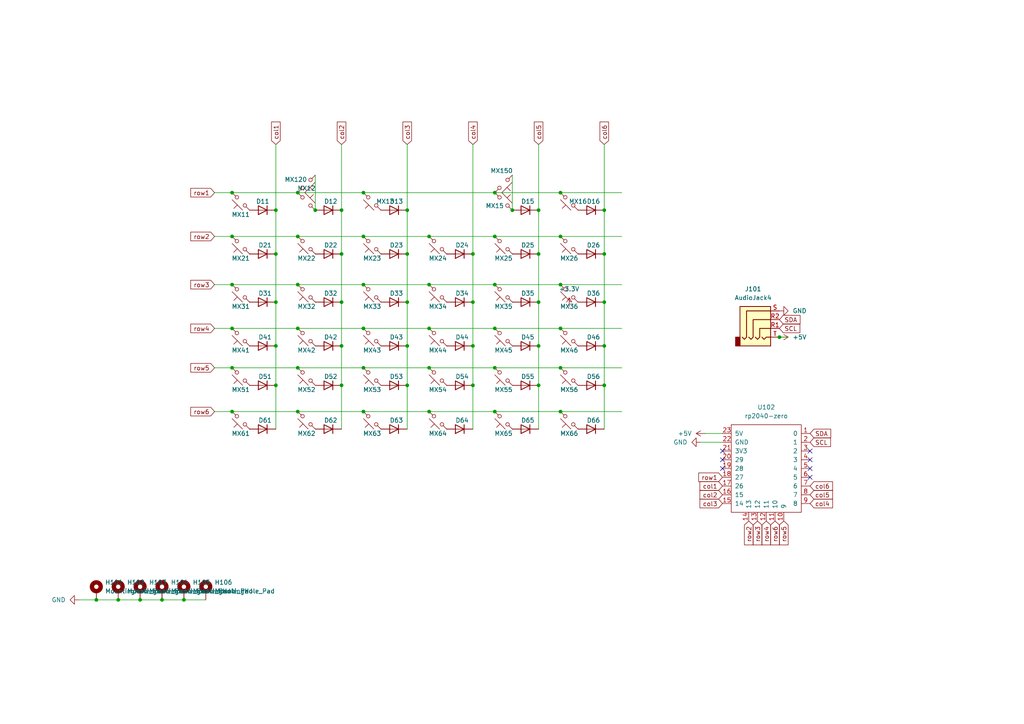
<source format=kicad_sch>
(kicad_sch (version 20230121) (generator eeschema)
  (paper "A4")
  (lib_symbols
    (symbol "Connector_Audio:AudioJack4"
      (property "Reference" "J" (at 0 8.89 0))
      (property "Value" "AudioJack4" (at 0 6.35 0))
      (symbol "AudioJack4_1_1"
        (pin passive line (at 5.08 -2.54 180) (length 2.54) (name "~") (number "R1"))
        (pin passive line (at 5.08 0 180) (length 2.54) (name "~") (number "R2"))
        (pin passive line (at 5.08 2.54 180) (length 2.54) (name "~") (number "S"))
        (pin passive line (at 5.08 -5.08 180) (length 2.54) (name "~") (number "T"))
      )
    )
    (symbol "Device:D" (pin_numbers hide) (pin_names (offset 1.016) hide)
      (property "Reference" "D" (at 0 2.54 0))
      (property "Value" "D" (at 0 -2.54 0))
      (symbol "D_1_1"
        (pin passive line (at -3.81 0 0) (length 2.54) (name "K") (number "1"))
        (pin passive line (at 3.81 0 180) (length 2.54) (name "A") (number "2"))
      )
    )
    (symbol "Mechanical:MountingHole_Pad" (pin_numbers hide) (pin_names (offset 1.016) hide)
      (property "Reference" "H" (at 0 6.35 0))
      (property "Value" "MountingHole_Pad" (at 0 4.445 0))
      (symbol "MountingHole_Pad_1_1"
        (pin input line (at 0 -2.54 90) (length 2.54) (name "1") (number "1"))
      )
    )
    (symbol "PCM_marbastlib-mx:MX_SK6812MINI-E"
      (property "Reference" "LED" (at 3.175 6.35 0))
      (property "Value" "MX_SK6812MINI-E" (at 10.16 -6.985 0))
      (symbol "MX_SK6812MINI-E_0_0"
        (text "RGB" (at 2.286 -4.191 0) (effects (font (size 0.762 0.762))))
      )
      (symbol "MX_SK6812MINI-E_1_1"
        (pin power_in line (at 0 7.62 270) (length 2.54) (name "VDD") (number "1"))
        (pin output line (at 7.62 0 180) (length 2.54) (name "DOUT") (number "2"))
        (pin input line (at -7.62 0 0) (length 2.54) (name "DIN") (number "3"))
        (pin power_in line (at 0 -7.62 90) (length 2.54) (name "VSS") (number "4"))
      )
    )
    (symbol "PCM_marbastlib-mx:MX_SW_HS" (pin_numbers hide) (pin_names (offset 1.016) hide)
      (property "Reference" "MX" (at 3.048 1.016 0))
      (property "Value" "MX_SW_HS" (at 0 -3.81 0))
      (symbol "MX_SW_HS_0_1"
        (pin passive line (at -2.54 2.54 0) (length 0) (name "1") (number "1"))
        (pin passive line (at 2.54 -2.54 180) (length 0) (name "2") (number "2"))
      )
    )
    (symbol "mcu:rp2040-zero" (pin_names (offset 1.016))
      (property "Reference" "U" (at 0 15.24 0))
      (property "Value" "rp2040-zero" (at 0 12.7 0))
      (symbol "rp2040-zero_1_1"
        (pin bidirectional line (at 12.7 8.89 180) (length 2.54) (name "0") (number "1"))
        (pin bidirectional line (at 5.08 -16.51 90) (length 2.54) (name "9") (number "10"))
        (pin bidirectional line (at 2.54 -16.51 90) (length 2.54) (name "10") (number "11"))
        (pin bidirectional line (at 0 -16.51 90) (length 2.54) (name "11") (number "12"))
        (pin bidirectional line (at -2.54 -16.51 90) (length 2.54) (name "12") (number "13"))
        (pin bidirectional line (at -5.08 -16.51 90) (length 2.54) (name "13") (number "14"))
        (pin bidirectional line (at -12.7 -11.43 0) (length 2.54) (name "14") (number "15"))
        (pin bidirectional line (at -12.7 -8.89 0) (length 2.54) (name "15") (number "16"))
        (pin bidirectional line (at -12.7 -6.35 0) (length 2.54) (name "26") (number "17"))
        (pin bidirectional line (at -12.7 -3.81 0) (length 2.54) (name "27") (number "18"))
        (pin bidirectional line (at -12.7 -1.27 0) (length 2.54) (name "28") (number "19"))
        (pin bidirectional line (at 12.7 6.35 180) (length 2.54) (name "1") (number "2"))
        (pin bidirectional line (at -12.7 1.27 0) (length 2.54) (name "29") (number "20"))
        (pin power_out line (at -12.7 3.81 0) (length 2.54) (name "3V3") (number "21"))
        (pin power_out line (at -12.7 6.35 0) (length 2.54) (name "GND") (number "22"))
        (pin power_out line (at -12.7 8.89 0) (length 2.54) (name "5V") (number "23"))
        (pin bidirectional line (at 12.7 3.81 180) (length 2.54) (name "2") (number "3"))
        (pin bidirectional line (at 12.7 1.27 180) (length 2.54) (name "3") (number "4"))
        (pin bidirectional line (at 12.7 -1.27 180) (length 2.54) (name "4") (number "5"))
        (pin bidirectional line (at 12.7 -3.81 180) (length 2.54) (name "5") (number "6"))
        (pin bidirectional line (at 12.7 -6.35 180) (length 2.54) (name "6") (number "7"))
        (pin bidirectional line (at 12.7 -8.89 180) (length 2.54) (name "7") (number "8"))
        (pin bidirectional line (at 12.7 -11.43 180) (length 2.54) (name "8") (number "9"))
      )
    )
    (symbol "power:+3.3V" (power) (pin_names (offset 0))
      (property "Value" "+3.3V" (at 0 3.556 0))
      (symbol "+3.3V_1_1"
        (pin power_in line (at 0 0 90) (length 0) hide (name "+3.3V") (number "1"))
      )
    )
    (symbol "power:+5V" (power) (pin_names (offset 0))
      (property "Value" "+5V" (at 0 3.556 0))
      (symbol "+5V_1_1"
        (pin power_in line (at 0 0 90) (length 0) hide (name "+5V") (number "1"))
      )
    )
    (symbol "power:GND" (power) (pin_names (offset 0))
      (property "Value" "GND" (at 0 -3.81 0))
      (symbol "GND_1_1"
        (pin power_in line (at 0 0 270) (length 0) hide (name "GND") (number "1"))
      )
    )
  )
  (junction (at 342.9 120.65))
  (junction (at 162.56 82.55))
  (junction (at 388.62 59.69))
  (junction (at 86.36 82.55))
  (junction (at 80.01 100.33))
  (junction (at 105.41 55.88))
  (junction (at 156.21 100.33))
  (junction (at 137.16 87.63))
  (junction (at 403.86 90.17))
  (junction (at 124.46 68.58))
  (junction (at 358.14 120.65))
  (junction (at 143.51 55.88))
  (junction (at 175.26 111.76))
  (junction (at 80.01 111.76))
  (junction (at 162.56 119.38))
  (junction (at 99.06 87.63))
  (junction (at 67.31 106.68))
  (junction (at 162.56 68.58))
  (junction (at 327.66 105.41))
  (junction (at 175.26 87.63))
  (junction (at 342.9 59.69))
  (junction (at 124.46 106.68))
  (junction (at 99.06 60.96))
  (junction (at 86.36 106.68))
  (junction (at 419.1 29.21))
  (junction (at 175.26 73.66))
  (junction (at 162.56 106.68))
  (junction (at 388.62 44.45))
  (junction (at 148.59 60.96))
  (junction (at 99.06 100.33))
  (junction (at 373.38 44.45))
  (junction (at 175.26 100.33))
  (junction (at 373.38 59.69))
  (junction (at 388.62 74.93))
  (junction (at 86.36 55.88))
  (junction (at 91.44 60.96))
  (junction (at 105.41 95.25))
  (junction (at 342.9 44.45))
  (junction (at 327.66 44.45))
  (junction (at 403.86 59.69))
  (junction (at 105.41 119.38))
  (junction (at 358.14 105.41))
  (junction (at 67.31 95.25))
  (junction (at 373.38 90.17))
  (junction (at 226.06 97.79))
  (junction (at 27.94 173.99))
  (junction (at 327.66 90.17))
  (junction (at 137.16 111.76))
  (junction (at 346.71 44.45))
  (junction (at 327.66 74.93))
  (junction (at 403.86 120.65))
  (junction (at 46.99 173.99))
  (junction (at 118.11 87.63))
  (junction (at 105.41 68.58))
  (junction (at 373.38 105.41))
  (junction (at 67.31 68.58))
  (junction (at 346.71 29.21))
  (junction (at 105.41 82.55))
  (junction (at 86.36 95.25))
  (junction (at 403.86 74.93))
  (junction (at 388.62 105.41))
  (junction (at 388.62 29.21))
  (junction (at 105.41 106.68))
  (junction (at 67.31 119.38))
  (junction (at 118.11 111.76))
  (junction (at 358.14 44.45))
  (junction (at 118.11 100.33))
  (junction (at 388.62 90.17))
  (junction (at 403.86 105.41))
  (junction (at 162.56 55.88))
  (junction (at 327.66 59.69))
  (junction (at 143.51 106.68))
  (junction (at 156.21 60.96))
  (junction (at 124.46 82.55))
  (junction (at 373.38 74.93))
  (junction (at 143.51 119.38))
  (junction (at 86.36 119.38))
  (junction (at 80.01 87.63))
  (junction (at 365.76 29.21))
  (junction (at 124.46 95.25))
  (junction (at 342.9 105.41))
  (junction (at 358.14 59.69))
  (junction (at 40.64 173.99))
  (junction (at 358.14 90.17))
  (junction (at 124.46 119.38))
  (junction (at 156.21 111.76))
  (junction (at 80.01 73.66))
  (junction (at 373.38 120.65))
  (junction (at 67.31 55.88))
  (junction (at 156.21 87.63))
  (junction (at 99.06 73.66))
  (junction (at 118.11 73.66))
  (junction (at 156.21 73.66))
  (junction (at 137.16 100.33))
  (junction (at 99.06 111.76))
  (junction (at 80.01 60.96))
  (junction (at 34.29 173.99))
  (junction (at 53.34 173.99))
  (junction (at 143.51 68.58))
  (junction (at 342.9 74.93))
  (junction (at 118.11 60.96))
  (junction (at 67.31 82.55))
  (junction (at 86.36 68.58))
  (junction (at 388.62 120.65))
  (junction (at 162.56 95.25))
  (junction (at 403.86 44.45))
  (junction (at 365.76 44.45))
  (junction (at 137.16 73.66))
  (junction (at 143.51 82.55))
  (junction (at 342.9 90.17))
  (junction (at 358.14 74.93))
  (junction (at 175.26 60.96))
  (junction (at 143.51 95.25))
  (no_connect (at 234.95 135.89))
  (no_connect (at 209.55 130.81))
  (no_connect (at 234.95 133.35))
  (no_connect (at 209.55 133.35))
  (no_connect (at 234.95 130.81))
  (no_connect (at 209.55 135.89))
  (no_connect (at 320.04 113.03))
  (no_connect (at 234.95 138.43))
  (wire (pts (xy 99.06 87.63) (xy 99.06 100.33)))
  (wire (pts (xy 388.62 120.65) (xy 403.86 120.65)))
  (wire (pts (xy 373.38 105.41) (xy 388.62 105.41)))
  (wire (pts (xy 175.26 60.96) (xy 175.26 73.66)))
  (wire (pts (xy 162.56 95.25) (xy 180.34 95.25)))
  (wire (pts (xy 99.06 73.66) (xy 99.06 87.63)))
  (wire (pts (xy 80.01 60.96) (xy 80.01 73.66)))
  (wire (pts (xy 327.66 59.69) (xy 342.9 59.69)))
  (wire (pts (xy 137.16 73.66) (xy 137.16 87.63)))
  (wire (pts (xy 124.46 95.25) (xy 143.51 95.25)))
  (wire (pts (xy 105.41 55.88) (xy 143.51 55.88)))
  (wire (pts (xy 156.21 60.96) (xy 156.21 73.66)))
  (wire (pts (xy 137.16 111.76) (xy 137.16 124.46)))
  (wire (pts (xy 62.23 119.38) (xy 67.31 119.38)))
  (wire (pts (xy 80.01 100.33) (xy 80.01 111.76)))
  (wire (pts (xy 411.48 1.27) (xy 411.48 36.83)))
  (wire (pts (xy 356.87 36.83) (xy 358.14 36.83)))
  (wire (pts (xy 388.62 105.41) (xy 403.86 105.41)))
  (wire (pts (xy 105.41 95.25) (xy 124.46 95.25)))
  (wire (pts (xy 388.62 29.21) (xy 419.1 29.21)))
  (wire (pts (xy 22.86 173.99) (xy 27.94 173.99)))
  (wire (pts (xy 358.14 105.41) (xy 373.38 105.41)))
  (wire (pts (xy 124.46 106.68) (xy 143.51 106.68)))
  (wire (pts (xy 99.06 111.76) (xy 99.06 124.46)))
  (wire (pts (xy 358.14 74.93) (xy 373.38 74.93)))
  (wire (pts (xy 342.9 90.17) (xy 358.14 90.17)))
  (wire (pts (xy 373.38 120.65) (xy 388.62 120.65)))
  (wire (pts (xy 62.23 95.25) (xy 67.31 95.25)))
  (wire (pts (xy 34.29 173.99) (xy 40.64 173.99)))
  (wire (pts (xy 67.31 119.38) (xy 86.36 119.38)))
  (wire (pts (xy 86.36 119.38) (xy 105.41 119.38)))
  (wire (pts (xy 417.83 90.17) (xy 403.86 90.17)))
  (wire (pts (xy 105.41 106.68) (xy 124.46 106.68)))
  (wire (pts (xy 118.11 73.66) (xy 118.11 87.63)))
  (wire (pts (xy 419.1 59.69) (xy 403.86 59.69)))
  (wire (pts (xy 369.57 1.27) (xy 369.57 17.78)))
  (wire (pts (xy 342.9 105.41) (xy 358.14 105.41)))
  (wire (pts (xy 327.66 29.21) (xy 346.71 29.21)))
  (wire (pts (xy 358.14 120.65) (xy 373.38 120.65)))
  (wire (pts (xy 346.71 44.45) (xy 358.14 44.45)))
  (wire (pts (xy 356.87 17.78) (xy 356.87 36.83)))
  (wire (pts (xy 162.56 82.55) (xy 180.34 82.55)))
  (wire (pts (xy 86.36 55.88) (xy 105.41 55.88)))
  (wire (pts (xy 105.41 119.38) (xy 124.46 119.38)))
  (wire (pts (xy 365.76 29.21) (xy 388.62 29.21)))
  (wire (pts (xy 358.14 59.69) (xy 373.38 59.69)))
  (wire (pts (xy 40.64 173.99) (xy 46.99 173.99)))
  (wire (pts (xy 411.48 67.31) (xy 411.48 82.55)))
  (wire (pts (xy 156.21 100.33) (xy 156.21 111.76)))
  (wire (pts (xy 27.94 173.99) (xy 34.29 173.99)))
  (wire (pts (xy 426.72 36.83) (xy 426.72 52.07)))
  (wire (pts (xy 419.1 120.65) (xy 403.86 120.65)))
  (wire (pts (xy 62.23 82.55) (xy 67.31 82.55)))
  (wire (pts (xy 327.66 120.65) (xy 342.9 120.65)))
  (wire (pts (xy 342.9 44.45) (xy 346.71 44.45)))
  (wire (pts (xy 143.51 106.68) (xy 162.56 106.68)))
  (wire (pts (xy 365.76 44.45) (xy 373.38 44.45)))
  (wire (pts (xy 314.96 44.45) (xy 327.66 44.45)))
  (wire (pts (xy 175.26 73.66) (xy 175.26 87.63)))
  (wire (pts (xy 118.11 60.96) (xy 118.11 73.66)))
  (wire (pts (xy 373.38 44.45) (xy 388.62 44.45)))
  (wire (pts (xy 86.36 68.58) (xy 105.41 68.58)))
  (wire (pts (xy 320.04 52.07) (xy 320.04 67.31)))
  (wire (pts (xy 124.46 119.38) (xy 143.51 119.38)))
  (wire (pts (xy 358.14 90.17) (xy 373.38 90.17)))
  (wire (pts (xy 137.16 100.33) (xy 137.16 111.76)))
  (wire (pts (xy 99.06 41.91) (xy 99.06 60.96)))
  (wire (pts (xy 396.24 1.27) (xy 396.24 36.83)))
  (wire (pts (xy 388.62 90.17) (xy 403.86 90.17)))
  (wire (pts (xy 162.56 55.88) (xy 180.34 55.88)))
  (wire (pts (xy 369.57 17.78) (xy 356.87 17.78)))
  (wire (pts (xy 373.38 36.83) (xy 381 36.83)))
  (wire (pts (xy 156.21 73.66) (xy 156.21 87.63)))
  (wire (pts (xy 411.48 97.79) (xy 411.48 113.03)))
  (wire (pts (xy 86.36 82.55) (xy 105.41 82.55)))
  (wire (pts (xy 426.72 52.07) (xy 411.48 52.07)))
  (wire (pts (xy 148.59 50.8) (xy 148.59 60.96)))
  (wire (pts (xy 143.51 68.58) (xy 162.56 68.58)))
  (wire (pts (xy 105.41 68.58) (xy 124.46 68.58)))
  (wire (pts (xy 342.9 120.65) (xy 358.14 120.65)))
  (wire (pts (xy 118.11 111.76) (xy 118.11 124.46)))
  (wire (pts (xy 99.06 100.33) (xy 99.06 111.76)))
  (wire (pts (xy 373.38 74.93) (xy 388.62 74.93)))
  (wire (pts (xy 143.51 95.25) (xy 162.56 95.25)))
  (wire (pts (xy 369.57 1.27) (xy 365.76 1.27)))
  (wire (pts (xy 86.36 95.25) (xy 105.41 95.25)))
  (wire (pts (xy 53.34 173.99) (xy 59.69 173.99)))
  (wire (pts (xy 118.11 41.91) (xy 118.11 60.96)))
  (wire (pts (xy 62.23 55.88) (xy 67.31 55.88)))
  (wire (pts (xy 156.21 87.63) (xy 156.21 100.33)))
  (wire (pts (xy 358.14 44.45) (xy 365.76 44.45)))
  (wire (pts (xy 320.04 82.55) (xy 320.04 97.79)))
  (wire (pts (xy 175.26 111.76) (xy 175.26 124.46)))
  (wire (pts (xy 354.33 36.83) (xy 354.33 17.78)))
  (wire (pts (xy 124.46 82.55) (xy 143.51 82.55)))
  (wire (pts (xy 46.99 173.99) (xy 53.34 173.99)))
  (wire (pts (xy 67.31 106.68) (xy 86.36 106.68)))
  (wire (pts (xy 162.56 68.58) (xy 180.34 68.58)))
  (wire (pts (xy 354.33 17.78) (xy 350.52 17.78)))
  (wire (pts (xy 118.11 100.33) (xy 118.11 111.76)))
  (wire (pts (xy 105.41 82.55) (xy 124.46 82.55)))
  (wire (pts (xy 86.36 106.68) (xy 105.41 106.68)))
  (wire (pts (xy 67.31 55.88) (xy 86.36 55.88)))
  (wire (pts (xy 226.06 97.79) (xy 228.6 97.79)))
  (wire (pts (xy 80.01 111.76) (xy 80.01 124.46)))
  (wire (pts (xy 143.51 119.38) (xy 162.56 119.38)))
  (wire (pts (xy 373.38 90.17) (xy 388.62 90.17)))
  (wire (pts (xy 156.21 111.76) (xy 156.21 124.46)))
  (wire (pts (xy 204.47 125.73) (xy 209.55 125.73)))
  (wire (pts (xy 425.45 29.21) (xy 419.1 29.21)))
  (wire (pts (xy 175.26 41.91) (xy 175.26 60.96)))
  (wire (pts (xy 327.66 90.17) (xy 342.9 90.17)))
  (wire (pts (xy 327.66 74.93) (xy 342.9 74.93)))
  (wire (pts (xy 388.62 74.93) (xy 403.86 74.93)))
  (wire (pts (xy 313.69 74.93) (xy 327.66 74.93)))
  (wire (pts (xy 91.44 50.8) (xy 91.44 60.96)))
  (wire (pts (xy 175.26 100.33) (xy 175.26 111.76)))
  (wire (pts (xy 327.66 105.41) (xy 342.9 105.41)))
  (wire (pts (xy 327.66 44.45) (xy 342.9 44.45)))
  (wire (pts (xy 62.23 68.58) (xy 67.31 68.58)))
  (wire (pts (xy 388.62 44.45) (xy 403.86 44.45)))
  (wire (pts (xy 156.21 41.91) (xy 156.21 60.96)))
  (wire (pts (xy 99.06 60.96) (xy 99.06 73.66)))
  (wire (pts (xy 80.01 87.63) (xy 80.01 100.33)))
  (wire (pts (xy 162.56 106.68) (xy 180.34 106.68)))
  (wire (pts (xy 80.01 73.66) (xy 80.01 87.63)))
  (wire (pts (xy 67.31 68.58) (xy 86.36 68.58)))
  (wire (pts (xy 373.38 59.69) (xy 388.62 59.69)))
  (wire (pts (xy 118.11 87.63) (xy 118.11 100.33)))
  (wire (pts (xy 67.31 95.25) (xy 86.36 95.25)))
  (wire (pts (xy 342.9 74.93) (xy 358.14 74.93)))
  (wire (pts (xy 143.51 55.88) (xy 162.56 55.88)))
  (wire (pts (xy 342.9 59.69) (xy 358.14 59.69)))
  (wire (pts (xy 162.56 119.38) (xy 180.34 119.38)))
  (wire (pts (xy 175.26 87.63) (xy 175.26 100.33)))
  (wire (pts (xy 388.62 59.69) (xy 403.86 59.69)))
  (wire (pts (xy 62.23 106.68) (xy 67.31 106.68)))
  (wire (pts (xy 346.71 29.21) (xy 365.76 29.21)))
  (wire (pts (xy 203.2 128.27) (xy 209.55 128.27)))
  (wire (pts (xy 350.52 17.78) (xy 350.52 1.27)))
  (wire (pts (xy 137.16 87.63) (xy 137.16 100.33)))
  (wire (pts (xy 403.86 44.45) (xy 419.1 44.45)))
  (wire (pts (xy 313.69 105.41) (xy 327.66 105.41)))
  (wire (pts (xy 339.09 36.83) (xy 335.28 36.83)))
  (wire (pts (xy 124.46 68.58) (xy 143.51 68.58)))
  (wire (pts (xy 137.16 41.91) (xy 137.16 73.66)))
  (wire (pts (xy 67.31 82.55) (xy 86.36 82.55)))
  (wire (pts (xy 80.01 41.91) (xy 80.01 60.96)))
  (wire (pts (xy 143.51 82.55) (xy 162.56 82.55)))
  (global_label "col6" (shape input) (at 175.26 41.91 90) (property "Intersheetrefs" "${INTERSHEET_REFS}" (effects hide)))
  (global_label "SCL" (shape input) (at 226.06 95.25 0) (property "Intersheetrefs" "${INTERSHEET_REFS}" (effects hide)))
  (global_label "row3" (shape input) (at 62.23 82.55 180) (property "Intersheetrefs" "${INTERSHEET_REFS}" (effects hide)))
  (global_label "col4" (shape input) (at 234.95 146.05 0) (property "Intersheetrefs" "${INTERSHEET_REFS}" (effects hide)))
  (global_label "row6" (shape input) (at 62.23 119.38 180) (property "Intersheetrefs" "${INTERSHEET_REFS}" (effects hide)))
  (global_label "SCL" (shape input) (at 234.95 128.27 0) (property "Intersheetrefs" "${INTERSHEET_REFS}" (effects hide)))
  (global_label "col2" (shape input) (at 99.06 41.91 90) (property "Intersheetrefs" "${INTERSHEET_REFS}" (effects hide)))
  (global_label "col1" (shape input) (at 209.55 140.97 180) (property "Intersheetrefs" "${INTERSHEET_REFS}" (effects hide)))
  (global_label "col6" (shape input) (at 234.95 140.97 0) (property "Intersheetrefs" "${INTERSHEET_REFS}" (effects hide)))
  (global_label "row3" (shape input) (at 219.71 151.13 270) (property "Intersheetrefs" "${INTERSHEET_REFS}" (effects hide)))
  (global_label "col5" (shape input) (at 234.95 143.51 0) (property "Intersheetrefs" "${INTERSHEET_REFS}" (effects hide)))
  (global_label "row2" (shape input) (at 62.23 68.58 180) (property "Intersheetrefs" "${INTERSHEET_REFS}" (effects hide)))
  (global_label "col3" (shape input) (at 209.55 146.05 180) (property "Intersheetrefs" "${INTERSHEET_REFS}" (effects hide)))
  (global_label "row2" (shape input) (at 217.17 151.13 270) (property "Intersheetrefs" "${INTERSHEET_REFS}" (effects hide)))
  (global_label "col3" (shape input) (at 118.11 41.91 90) (property "Intersheetrefs" "${INTERSHEET_REFS}" (effects hide)))
  (global_label "row5" (shape input) (at 227.33 151.13 270) (property "Intersheetrefs" "${INTERSHEET_REFS}" (effects hide)))
  (global_label "SDA" (shape input) (at 234.95 125.73 0) (property "Intersheetrefs" "${INTERSHEET_REFS}" (effects hide)))
  (global_label "row4" (shape input) (at 62.23 95.25 180) (property "Intersheetrefs" "${INTERSHEET_REFS}" (effects hide)))
  (global_label "row1" (shape input) (at 209.55 138.43 180) (property "Intersheetrefs" "${INTERSHEET_REFS}" (effects hide)))
  (global_label "row4" (shape input) (at 222.25 151.13 270) (property "Intersheetrefs" "${INTERSHEET_REFS}" (effects hide)))
  (global_label "col4" (shape input) (at 137.16 41.91 90) (property "Intersheetrefs" "${INTERSHEET_REFS}" (effects hide)))
  (global_label "row5" (shape input) (at 62.23 106.68 180) (property "Intersheetrefs" "${INTERSHEET_REFS}" (effects hide)))
  (global_label "row6" (shape input) (at 224.79 151.13 270) (property "Intersheetrefs" "${INTERSHEET_REFS}" (effects hide)))
  (global_label "col1" (shape input) (at 80.01 41.91 90) (property "Intersheetrefs" "${INTERSHEET_REFS}" (effects hide)))
  (global_label "col5" (shape input) (at 156.21 41.91 90) (property "Intersheetrefs" "${INTERSHEET_REFS}" (effects hide)))
  (global_label "LEDIN" (shape input) (at 320.04 36.83 180) (property "Intersheetrefs" "${INTERSHEET_REFS}" (effects hide)))
  (global_label "SDA" (shape input) (at 226.06 92.71 0) (property "Intersheetrefs" "${INTERSHEET_REFS}" (effects hide)))
  (global_label "col2" (shape input) (at 209.55 143.51 180) (property "Intersheetrefs" "${INTERSHEET_REFS}" (effects hide)))
  (global_label "row1" (shape input) (at 62.23 55.88 180) (property "Intersheetrefs" "${INTERSHEET_REFS}" (effects hide)))
  (symbol (lib_id "power:GND") (at 226.06 90.17 90) (unit 1)
    (property "Reference" "#PWR0115" (effects hide))
    (property "Value" "GND" (at 229.87 90.17 90) (effects (justify right)))
  )
  (symbol (lib_id "PCM_marbastlib-mx:MX_SK6812MINI-E") (at 327.66 97.79 0) (unit 1)
    (property "Reference" "LED51" (at 327.66 91.44 0))
    (property "Value" "MX_SK6812MINI-E" (effects hide))
    (property "Footprint" "PCM_marbastlib-mx:LED_MX_6028R-ROT" (effects hide))
  )
  (symbol (lib_id "power:+3.3V") (at 165.1 88.9 0) (unit 1)
    (property "Reference" "#PWR0117" (effects hide))
    (property "Value" "+3.3V" (at 165.1 83.82 0))
  )
  (symbol (lib_id "PCM_marbastlib-mx:MX_SW_HS") (at 107.95 97.79 180) (unit 1)
    (property "Reference" "MX43" (at 107.95 101.6 0))
    (property "Value" "MX_SW_HS" (effects hide))
    (property "Footprint" "PCM_marbastlib-mx:SW_MX_HS_1u" (effects hide))
  )
  (symbol (lib_id "PCM_marbastlib-mx:MX_SW_HS") (at 165.1 85.09 180) (unit 1)
    (property "Reference" "MX36" (at 165.1 88.9 0))
    (property "Value" "MX_SW_HS" (effects hide))
    (property "Footprint" "PCM_marbastlib-mx:SW_MX_HS_1u" (effects hide))
  )
  (symbol (lib_id "PCM_marbastlib-mx:MX_SW_HS") (at 127 97.79 180) (unit 1)
    (property "Reference" "MX44" (at 127 101.6 0))
    (property "Value" "MX_SW_HS" (effects hide))
    (property "Footprint" "PCM_marbastlib-mx:SW_MX_HS_1u" (effects hide))
  )
  (symbol (lib_id "PCM_marbastlib-mx:MX_SK6812MINI-E") (at 388.62 97.79 0) (unit 1)
    (property "Reference" "LED55" (at 388.62 91.44 0))
    (property "Value" "MX_SK6812MINI-E" (effects hide))
    (property "Footprint" "PCM_marbastlib-mx:LED_MX_6028R-ROT" (effects hide))
  )
  (symbol (lib_id "PCM_marbastlib-mx:MX_SK6812MINI-E") (at 403.86 82.55 180) (unit 1)
    (property "Reference" "LED46" (at 403.86 76.2 0))
    (property "Value" "MX_SK6812MINI-E" (effects hide))
    (property "Footprint" "PCM_marbastlib-mx:LED_MX_6028R" (effects hide))
  )
  (symbol (lib_id "PCM_marbastlib-mx:MX_SK6812MINI-E") (at 388.62 52.07 180) (unit 1)
    (property "Reference" "LED25" (at 388.62 45.72 0))
    (property "Value" "MX_SK6812MINI-E" (effects hide))
    (property "Footprint" "PCM_marbastlib-mx:LED_MX_6028R" (effects hide))
  )
  (symbol (lib_id "power:+5V") (at 417.83 90.17 270) (unit 1)
    (property "Reference" "#PWR0105" (effects hide))
    (property "Value" "+5V" (at 421.64 90.17 90) (effects (justify left)))
  )
  (symbol (lib_id "Device:D") (at 133.35 111.76 180) (unit 1)
    (property "Reference" "D54" (at 132.08 109.22 0) (effects (justify right)))
    (property "Value" "D" (effects hide))
    (property "Footprint" "customBuckwich:Hybrid Diode" (effects hide))
    (property "Sim.Device" "D" (effects hide))
    (property "Sim.Pins" "1=K 2=A" (effects hide))
  )
  (symbol (lib_id "PCM_marbastlib-mx:MX_SK6812MINI-E") (at 388.62 67.31 0) (unit 1)
    (property "Reference" "LED35" (at 388.62 60.96 0))
    (property "Value" "MX_SK6812MINI-E" (effects hide))
    (property "Footprint" "PCM_marbastlib-mx:LED_MX_6028R-ROT" (effects hide))
  )
  (symbol (lib_id "Device:D") (at 171.45 111.76 180) (unit 1)
    (property "Reference" "D56" (at 170.18 109.22 0) (effects (justify right)))
    (property "Value" "D" (effects hide))
    (property "Footprint" "customBuckwich:Hybrid Diode" (effects hide))
    (property "Sim.Device" "D" (effects hide))
    (property "Sim.Pins" "1=K 2=A" (effects hide))
  )
  (symbol (lib_id "PCM_marbastlib-mx:MX_SW_HS") (at 107.95 58.42 180) (unit 1)
    (property "Reference" "MX13" (at 111.76 58.42 0))
    (property "Value" "MX_SW_HS" (effects hide))
    (property "Footprint" "PCM_marbastlib-mx:SW_MX_HS_1u" (effects hide))
  )
  (symbol (lib_id "power:+5V") (at 403.86 -6.35 0) (unit 1)
    (property "Reference" "#PWR0113" (effects hide))
    (property "Value" "+5V" (at 403.86 -10.16 0))
  )
  (symbol (lib_id "PCM_marbastlib-mx:MX_SW_HS") (at 88.9 85.09 180) (unit 1)
    (property "Reference" "MX32" (at 88.9 88.9 0))
    (property "Value" "MX_SW_HS" (effects hide))
    (property "Footprint" "PCM_marbastlib-mx:SW_MX_HS_1u" (effects hide))
  )
  (symbol (lib_id "PCM_marbastlib-mx:MX_SW_HS") (at 165.1 97.79 180) (unit 1)
    (property "Reference" "MX46" (at 165.1 101.6 0))
    (property "Value" "MX_SW_HS" (effects hide))
    (property "Footprint" "PCM_marbastlib-mx:SW_MX_HS_1u" (effects hide))
  )
  (symbol (lib_id "power:GND") (at 203.2 128.27 270) (unit 1)
    (property "Reference" "#PWR0110" (effects hide))
    (property "Value" "GND" (at 199.39 128.27 90) (effects (justify right)))
  )
  (symbol (lib_id "Device:D") (at 76.2 87.63 180) (unit 1)
    (property "Reference" "D31" (at 74.93 85.09 0) (effects (justify right)))
    (property "Value" "D" (effects hide))
    (property "Footprint" "customBuckwich:Hybrid Diode" (effects hide))
    (property "Sim.Device" "D" (effects hide))
    (property "Sim.Pins" "1=K 2=A" (effects hide))
  )
  (symbol (lib_id "Device:D") (at 171.45 124.46 180) (unit 1)
    (property "Reference" "D66" (at 170.18 121.92 0) (effects (justify right)))
    (property "Value" "D" (effects hide))
    (property "Footprint" "customBuckwich:Hybrid Diode" (effects hide))
    (property "Sim.Device" "D" (effects hide))
    (property "Sim.Pins" "1=K 2=A" (effects hide))
  )
  (symbol (lib_id "PCM_marbastlib-mx:MX_SK6812MINI-E") (at 373.38 67.31 0) (unit 1)
    (property "Reference" "LED34" (at 373.38 60.96 0))
    (property "Value" "MX_SK6812MINI-E" (effects hide))
    (property "Footprint" "PCM_marbastlib-mx:LED_MX_6028R-ROT" (effects hide))
  )
  (symbol (lib_id "Device:D") (at 133.35 100.33 180) (unit 1)
    (property "Reference" "D44" (at 132.08 97.79 0) (effects (justify right)))
    (property "Value" "D" (effects hide))
    (property "Footprint" "customBuckwich:Hybrid Diode" (effects hide))
    (property "Sim.Device" "D" (effects hide))
    (property "Sim.Pins" "1=K 2=A" (effects hide))
  )
  (symbol (lib_id "Device:D") (at 152.4 60.96 180) (unit 1)
    (property "Reference" "D15" (at 151.13 58.42 0) (effects (justify right)))
    (property "Value" "D" (effects hide))
    (property "Footprint" "customBuckwich:Hybrid Diode" (effects hide))
    (property "Sim.Device" "D" (effects hide))
    (property "Sim.Pins" "1=K 2=A" (effects hide))
  )
  (symbol (lib_id "PCM_marbastlib-mx:MX_SK6812MINI-E") (at 342.9 52.07 180) (unit 1)
    (property "Reference" "LED22" (at 342.9 45.72 0))
    (property "Value" "MX_SK6812MINI-E" (effects hide))
    (property "Footprint" "PCM_marbastlib-mx:LED_MX_6028R" (effects hide))
  )
  (symbol (lib_id "PCM_marbastlib-mx:MX_SK6812MINI-E") (at 388.62 113.03 180) (unit 1)
    (property "Reference" "LED65" (at 388.62 106.68 0))
    (property "Value" "MX_SK6812MINI-E" (effects hide))
    (property "Footprint" "PCM_marbastlib-mx:LED_MX_6028R" (effects hide))
  )
  (symbol (lib_id "Device:D") (at 76.2 124.46 180) (unit 1)
    (property "Reference" "D61" (at 74.93 121.92 0) (effects (justify right)))
    (property "Value" "D" (effects hide))
    (property "Footprint" "customBuckwich:Hybrid Diode" (effects hide))
    (property "Sim.Device" "D" (effects hide))
    (property "Sim.Pins" "1=K 2=A" (effects hide))
  )
  (symbol (lib_id "Device:D") (at 171.45 87.63 180) (unit 1)
    (property "Reference" "D36" (at 170.18 85.09 0) (effects (justify right)))
    (property "Value" "D" (effects hide))
    (property "Footprint" "customBuckwich:Hybrid Diode" (effects hide))
    (property "Sim.Device" "D" (effects hide))
    (property "Sim.Pins" "1=K 2=A" (effects hide))
  )
  (symbol (lib_id "Device:D") (at 95.25 111.76 180) (unit 1)
    (property "Reference" "D52" (at 93.98 109.22 0) (effects (justify right)))
    (property "Value" "D" (effects hide))
    (property "Footprint" "customBuckwich:Hybrid Diode" (effects hide))
    (property "Sim.Device" "D" (effects hide))
    (property "Sim.Pins" "1=K 2=A" (effects hide))
  )
  (symbol (lib_id "power:+5V") (at 226.06 97.79 270) (unit 1)
    (property "Reference" "#PWR0114" (effects hide))
    (property "Value" "+5V" (at 229.87 97.79 90) (effects (justify left)))
  )
  (symbol (lib_id "PCM_marbastlib-mx:MX_SK6812MINI-E") (at 346.71 36.83 0) (unit 1)
    (property "Reference" "LED12" (at 346.71 30.48 0))
    (property "Value" "MX_SK6812MINI-E" (effects hide))
    (property "Footprint" "PCM_marbastlib-mx:LED_MX_6028R-ROT" (effects hide))
  )
  (symbol (lib_id "PCM_marbastlib-mx:MX_SK6812MINI-E") (at 403.86 1.27 0) (unit 1)
    (property "Reference" "LED150" (at 403.86 -5.08 0))
    (property "Value" "MX_SK6812MINI-E" (effects hide))
    (property "Footprint" "PCM_marbastlib-mx:LED_MX_6028R-ROT" (effects hide))
  )
  (symbol (lib_id "PCM_marbastlib-mx:MX_SK6812MINI-E") (at 358.14 113.03 180) (unit 1)
    (property "Reference" "LED63" (at 358.14 106.68 0))
    (property "Value" "MX_SK6812MINI-E" (effects hide))
    (property "Footprint" "PCM_marbastlib-mx:LED_MX_6028R" (effects hide))
  )
  (symbol (lib_id "power:GND") (at 22.86 173.99 270) (unit 1)
    (property "Reference" "#PWR0116" (effects hide))
    (property "Value" "GND" (at 19.05 173.99 90) (effects (justify right)))
  )
  (symbol (lib_id "Device:D") (at 114.3 60.96 180) (unit 1)
    (property "Reference" "D13" (at 113.03 58.42 0) (effects (justify right)))
    (property "Value" "D" (effects hide))
    (property "Footprint" "customBuckwich:Hybrid Diode" (effects hide))
    (property "Sim.Device" "D" (effects hide))
    (property "Sim.Pins" "1=K 2=A" (effects hide))
  )
  (symbol (lib_id "PCM_marbastlib-mx:MX_SW_HS") (at 146.05 109.22 180) (unit 1)
    (property "Reference" "MX55" (at 146.05 113.03 0))
    (property "Value" "MX_SW_HS" (effects hide))
    (property "Footprint" "PCM_marbastlib-mx:SW_MX_HS_1u" (effects hide))
  )
  (symbol (lib_id "Connector_Audio:AudioJack4") (at 220.98 92.71 0) (unit 1)
    (property "Reference" "J101" (at 218.44 83.82 0))
    (property "Value" "AudioJack4" (at 218.44 86.36 0))
    (property "Footprint" "customBuckwich:PJ320A" (effects hide))
  )
  (symbol (lib_id "PCM_marbastlib-mx:MX_SK6812MINI-E") (at 358.14 52.07 180) (unit 1)
    (property "Reference" "LED23" (at 358.14 45.72 0))
    (property "Value" "MX_SK6812MINI-E" (effects hide))
    (property "Footprint" "PCM_marbastlib-mx:LED_MX_6028R" (effects hide))
  )
  (symbol (lib_id "PCM_marbastlib-mx:MX_SK6812MINI-E") (at 365.76 36.83 0) (unit 1)
    (property "Reference" "LED13" (at 365.76 30.48 0))
    (property "Value" "MX_SK6812MINI-E" (effects hide))
    (property "Footprint" "PCM_marbastlib-mx:LED_MX_6028R-ROT" (effects hide))
  )
  (symbol (lib_id "Device:D") (at 152.4 87.63 180) (unit 1)
    (property "Reference" "D35" (at 151.13 85.09 0) (effects (justify right)))
    (property "Value" "D" (effects hide))
    (property "Footprint" "customBuckwich:Hybrid Diode" (effects hide))
    (property "Sim.Device" "D" (effects hide))
    (property "Sim.Pins" "1=K 2=A" (effects hide))
  )
  (symbol (lib_id "Mechanical:MountingHole_Pad") (at 34.29 171.45 0) (unit 1)
    (property "Reference" "H102" (at 36.83 168.91 0) (effects (justify left)))
    (property "Value" "MountingHole_Pad" (at 36.83 171.45 0) (effects (justify left)))
    (property "Footprint" "MountingHole:MountingHole_2.2mm_M2_Pad_Via" (effects hide))
  )
  (symbol (lib_id "Device:D") (at 152.4 124.46 180) (unit 1)
    (property "Reference" "D65" (at 151.13 121.92 0) (effects (justify right)))
    (property "Value" "D" (effects hide))
    (property "Footprint" "customBuckwich:Hybrid Diode" (effects hide))
    (property "Sim.Device" "D" (effects hide))
    (property "Sim.Pins" "1=K 2=A" (effects hide))
  )
  (symbol (lib_id "Device:D") (at 114.3 87.63 180) (unit 1)
    (property "Reference" "D33" (at 113.03 85.09 0) (effects (justify right)))
    (property "Value" "D" (effects hide))
    (property "Footprint" "customBuckwich:Hybrid Diode" (effects hide))
    (property "Sim.Device" "D" (effects hide))
    (property "Sim.Pins" "1=K 2=A" (effects hide))
  )
  (symbol (lib_id "PCM_marbastlib-mx:MX_SK6812MINI-E") (at 388.62 36.83 0) (unit 1)
    (property "Reference" "LED15" (at 388.62 30.48 0))
    (property "Value" "MX_SK6812MINI-E" (effects hide))
    (property "Footprint" "PCM_marbastlib-mx:LED_MX_6028R-ROT" (effects hide))
  )
  (symbol (lib_id "PCM_marbastlib-mx:MX_SK6812MINI-E") (at 403.86 97.79 0) (unit 1)
    (property "Reference" "LED56" (at 403.86 91.44 0))
    (property "Value" "MX_SK6812MINI-E" (effects hide))
    (property "Footprint" "PCM_marbastlib-mx:LED_MX_6028R-ROT" (effects hide))
  )
  (symbol (lib_id "PCM_marbastlib-mx:MX_SK6812MINI-E") (at 342.9 97.79 0) (unit 1)
    (property "Reference" "LED52" (at 342.9 91.44 0))
    (property "Value" "MX_SK6812MINI-E" (effects hide))
    (property "Footprint" "PCM_marbastlib-mx:LED_MX_6028R-ROT" (effects hide))
  )
  (symbol (lib_id "PCM_marbastlib-mx:MX_SW_HS") (at 88.9 58.42 0) (unit 1)
    (property "Reference" "MX12" (at 88.9 54.61 0))
    (property "Value" "MX_SW_HS" (effects hide))
    (property "Footprint" "PCM_marbastlib-mx:SW_MX_HS_1u" (effects hide))
  )
  (symbol (lib_id "PCM_marbastlib-mx:MX_SW_HS") (at 88.9 71.12 180) (unit 1)
    (property "Reference" "MX22" (at 88.9 74.93 0))
    (property "Value" "MX_SW_HS" (effects hide))
    (property "Footprint" "PCM_marbastlib-mx:SW_MX_HS_1u" (effects hide))
  )
  (symbol (lib_id "power:GND") (at 403.86 8.89 0) (unit 1)
    (property "Reference" "#PWR0112" (effects hide))
    (property "Value" "GND" (at 403.86 12.7 90) (effects (justify right)))
  )
  (symbol (lib_id "Device:D") (at 171.45 73.66 180) (unit 1)
    (property "Reference" "D26" (at 170.18 71.12 0) (effects (justify right)))
    (property "Value" "D" (effects hide))
    (property "Footprint" "customBuckwich:Hybrid Diode" (effects hide))
    (property "Sim.Device" "D" (effects hide))
    (property "Sim.Pins" "1=K 2=A" (effects hide))
  )
  (symbol (lib_id "Mechanical:MountingHole_Pad") (at 46.99 171.45 0) (unit 1)
    (property "Reference" "H104" (at 49.53 168.91 0) (effects (justify left)))
    (property "Value" "MountingHole_Pad" (at 49.53 171.45 0) (effects (justify left)))
    (property "Footprint" "MountingHole:MountingHole_2.2mm_M2_Pad_Via" (effects hide))
  )
  (symbol (lib_id "Device:D") (at 76.2 100.33 180) (unit 1)
    (property "Reference" "D41" (at 74.93 97.79 0) (effects (justify right)))
    (property "Value" "D" (effects hide))
    (property "Footprint" "customBuckwich:Hybrid Diode" (effects hide))
    (property "Sim.Device" "D" (effects hide))
    (property "Sim.Pins" "1=K 2=A" (effects hide))
  )
  (symbol (lib_id "Device:D") (at 133.35 124.46 180) (unit 1)
    (property "Reference" "D64" (at 132.08 121.92 0) (effects (justify right)))
    (property "Value" "D" (effects hide))
    (property "Footprint" "customBuckwich:Hybrid Diode" (effects hide))
    (property "Sim.Device" "D" (effects hide))
    (property "Sim.Pins" "1=K 2=A" (effects hide))
  )
  (symbol (lib_id "PCM_marbastlib-mx:MX_SW_HS") (at 127 121.92 180) (unit 1)
    (property "Reference" "MX64" (at 127 125.73 0))
    (property "Value" "MX_SW_HS" (effects hide))
    (property "Footprint" "PCM_marbastlib-mx:SW_MX_HS_1u" (effects hide))
  )
  (symbol (lib_id "Device:D") (at 171.45 60.96 180) (unit 1)
    (property "Reference" "D16" (at 170.18 58.42 0) (effects (justify right)))
    (property "Value" "D" (effects hide))
    (property "Footprint" "customBuckwich:Hybrid Diode" (effects hide))
    (property "Sim.Device" "D" (effects hide))
    (property "Sim.Pins" "1=K 2=A" (effects hide))
  )
  (symbol (lib_id "PCM_marbastlib-mx:MX_SW_HS") (at 88.9 109.22 180) (unit 1)
    (property "Reference" "MX52" (at 88.9 113.03 0))
    (property "Value" "MX_SW_HS" (effects hide))
    (property "Footprint" "PCM_marbastlib-mx:SW_MX_HS_1u" (effects hide))
  )
  (symbol (lib_id "power:+5V") (at 204.47 125.73 90) (unit 1)
    (property "Reference" "#PWR0111" (effects hide))
    (property "Value" "+5V" (at 200.66 125.73 90) (effects (justify left)))
  )
  (symbol (lib_id "PCM_marbastlib-mx:MX_SW_HS") (at 88.9 53.34 270) (unit 1)
    (property "Reference" "MX120" (at 82.55 52.07 90) (effects (justify left)))
    (property "Value" "MX_SW_HS" (effects hide))
    (property "Footprint" "PCM_marbastlib-mx:SW_MX_HS_1u" (effects hide))
  )
  (symbol (lib_id "PCM_marbastlib-mx:MX_SK6812MINI-E") (at 342.9 67.31 0) (unit 1)
    (property "Reference" "LED32" (at 342.9 60.96 0))
    (property "Value" "MX_SK6812MINI-E" (effects hide))
    (property "Footprint" "PCM_marbastlib-mx:LED_MX_6028R-ROT" (effects hide))
  )
  (symbol (lib_id "PCM_marbastlib-mx:MX_SK6812MINI-E") (at 358.14 82.55 180) (unit 1)
    (property "Reference" "LED43" (at 358.14 76.2 0))
    (property "Value" "MX_SK6812MINI-E" (effects hide))
    (property "Footprint" "PCM_marbastlib-mx:LED_MX_6028R" (effects hide))
  )
  (symbol (lib_id "Device:D") (at 95.25 124.46 180) (unit 1)
    (property "Reference" "D62" (at 93.98 121.92 0) (effects (justify right)))
    (property "Value" "D" (effects hide))
    (property "Footprint" "customBuckwich:Hybrid Diode" (effects hide))
    (property "Sim.Device" "D" (effects hide))
    (property "Sim.Pins" "1=K 2=A" (effects hide))
  )
  (symbol (lib_id "Device:D") (at 114.3 111.76 180) (unit 1)
    (property "Reference" "D53" (at 113.03 109.22 0) (effects (justify right)))
    (property "Value" "D" (effects hide))
    (property "Footprint" "customBuckwich:Hybrid Diode" (effects hide))
    (property "Sim.Device" "D" (effects hide))
    (property "Sim.Pins" "1=K 2=A" (effects hide))
  )
  (symbol (lib_id "PCM_marbastlib-mx:MX_SK6812MINI-E") (at 419.1 36.83 0) (unit 1)
    (property "Reference" "LED16" (at 419.1 30.48 0))
    (property "Value" "MX_SK6812MINI-E" (effects hide))
    (property "Footprint" "PCM_marbastlib-mx:LED_MX_6028R-ROT" (effects hide))
  )
  (symbol (lib_id "Device:D") (at 76.2 73.66 180) (unit 1)
    (property "Reference" "D21" (at 74.93 71.12 0) (effects (justify right)))
    (property "Value" "D" (effects hide))
    (property "Footprint" "customBuckwich:Hybrid Diode" (effects hide))
    (property "Sim.Device" "D" (effects hide))
    (property "Sim.Pins" "1=K 2=A" (effects hide))
  )
  (symbol (lib_id "PCM_marbastlib-mx:MX_SW_HS") (at 88.9 97.79 180) (unit 1)
    (property "Reference" "MX42" (at 88.9 101.6 0))
    (property "Value" "MX_SW_HS" (effects hide))
    (property "Footprint" "PCM_marbastlib-mx:SW_MX_HS_1u" (effects hide))
  )
  (symbol (lib_id "power:GND") (at 313.69 74.93 270) (unit 1)
    (property "Reference" "#PWR0104" (effects hide))
    (property "Value" "GND" (at 309.88 74.93 90) (effects (justify right)))
  )
  (symbol (lib_id "power:GND") (at 358.14 8.89 0) (unit 1)
    (property "Reference" "#PWR0108" (effects hide))
    (property "Value" "GND" (at 358.14 12.7 90) (effects (justify right)))
  )
  (symbol (lib_id "PCM_marbastlib-mx:MX_SW_HS") (at 146.05 97.79 180) (unit 1)
    (property "Reference" "MX45" (at 146.05 101.6 0))
    (property "Value" "MX_SW_HS" (effects hide))
    (property "Footprint" "PCM_marbastlib-mx:SW_MX_HS_1u" (effects hide))
  )
  (symbol (lib_id "PCM_marbastlib-mx:MX_SK6812MINI-E") (at 342.9 113.03 180) (unit 1)
    (property "Reference" "LED62" (at 342.9 106.68 0))
    (property "Value" "MX_SK6812MINI-E" (effects hide))
    (property "Footprint" "PCM_marbastlib-mx:LED_MX_6028R" (effects hide))
  )
  (symbol (lib_id "Mechanical:MountingHole_Pad") (at 59.69 171.45 0) (unit 1)
    (property "Reference" "H106" (at 62.23 168.91 0) (effects (justify left)))
    (property "Value" "MountingHole_Pad" (at 62.23 171.45 0) (effects (justify left)))
    (property "Footprint" "MountingHole:MountingHole_2.2mm_M2_Pad_Via" (effects hide))
  )
  (symbol (lib_id "PCM_marbastlib-mx:MX_SK6812MINI-E") (at 342.9 82.55 180) (unit 1)
    (property "Reference" "LED42" (at 342.9 76.2 0))
    (property "Value" "MX_SK6812MINI-E" (effects hide))
    (property "Footprint" "PCM_marbastlib-mx:LED_MX_6028R" (effects hide))
  )
  (symbol (lib_id "Device:D") (at 95.25 73.66 180) (unit 1)
    (property "Reference" "D22" (at 93.98 71.12 0) (effects (justify right)))
    (property "Value" "D" (effects hide))
    (property "Footprint" "customBuckwich:Hybrid Diode" (effects hide))
    (property "Sim.Device" "D" (effects hide))
    (property "Sim.Pins" "1=K 2=A" (effects hide))
  )
  (symbol (lib_id "PCM_marbastlib-mx:MX_SW_HS") (at 69.85 121.92 180) (unit 1)
    (property "Reference" "MX61" (at 69.85 125.73 0))
    (property "Value" "MX_SW_HS" (effects hide))
    (property "Footprint" "PCM_marbastlib-mx:SW_MX_HS_1u" (effects hide))
  )
  (symbol (lib_id "Device:D") (at 133.35 87.63 180) (unit 1)
    (property "Reference" "D34" (at 132.08 85.09 0) (effects (justify right)))
    (property "Value" "D" (effects hide))
    (property "Footprint" "customBuckwich:Hybrid Diode" (effects hide))
    (property "Sim.Device" "D" (effects hide))
    (property "Sim.Pins" "1=K 2=A" (effects hide))
  )
  (symbol (lib_id "PCM_marbastlib-mx:MX_SW_HS") (at 165.1 58.42 180) (unit 1)
    (property "Reference" "MX16" (at 167.64 58.42 0))
    (property "Value" "MX_SW_HS" (effects hide))
    (property "Footprint" "PCM_marbastlib-mx:SW_MX_HS_1u" (effects hide))
  )
  (symbol (lib_id "Mechanical:MountingHole_Pad") (at 40.64 171.45 0) (unit 1)
    (property "Reference" "H103" (at 43.18 168.91 0) (effects (justify left)))
    (property "Value" "MountingHole_Pad" (at 43.18 171.45 0) (effects (justify left)))
    (property "Footprint" "MountingHole:MountingHole_2.2mm_M2_Pad_Via" (effects hide))
  )
  (symbol (lib_id "PCM_marbastlib-mx:MX_SK6812MINI-E") (at 373.38 52.07 180) (unit 1)
    (property "Reference" "LED24" (at 373.38 45.72 0))
    (property "Value" "MX_SK6812MINI-E" (effects hide))
    (property "Footprint" "PCM_marbastlib-mx:LED_MX_6028R" (effects hide))
  )
  (symbol (lib_id "PCM_marbastlib-mx:MX_SK6812MINI-E") (at 358.14 97.79 0) (unit 1)
    (property "Reference" "LED53" (at 358.14 91.44 0))
    (property "Value" "MX_SK6812MINI-E" (effects hide))
    (property "Footprint" "PCM_marbastlib-mx:LED_MX_6028R-ROT" (effects hide))
  )
  (symbol (lib_id "PCM_marbastlib-mx:MX_SW_HS") (at 146.05 85.09 180) (unit 1)
    (property "Reference" "MX35" (at 146.05 88.9 0))
    (property "Value" "MX_SW_HS" (effects hide))
    (property "Footprint" "PCM_marbastlib-mx:SW_MX_HS_1u" (effects hide))
  )
  (symbol (lib_id "Device:D") (at 114.3 100.33 180) (unit 1)
    (property "Reference" "D43" (at 113.03 97.79 0) (effects (justify right)))
    (property "Value" "D" (effects hide))
    (property "Footprint" "customBuckwich:Hybrid Diode" (effects hide))
    (property "Sim.Device" "D" (effects hide))
    (property "Sim.Pins" "1=K 2=A" (effects hide))
  )
  (symbol (lib_id "Device:D") (at 95.25 60.96 180) (unit 1)
    (property "Reference" "D12" (at 93.98 58.42 0) (effects (justify right)))
    (property "Value" "D" (effects hide))
    (property "Footprint" "customBuckwich:Hybrid Diode" (effects hide))
    (property "Sim.Device" "D" (effects hide))
    (property "Sim.Pins" "1=K 2=A" (effects hide))
  )
  (symbol (lib_id "PCM_marbastlib-mx:MX_SW_HS") (at 165.1 121.92 180) (unit 1)
    (property "Reference" "MX66" (at 165.1 125.73 0))
    (property "Value" "MX_SW_HS" (effects hide))
    (property "Footprint" "PCM_marbastlib-mx:SW_MX_HS_1u" (effects hide))
  )
  (symbol (lib_id "PCM_marbastlib-mx:MX_SK6812MINI-E") (at 327.66 82.55 180) (unit 1)
    (property "Reference" "LED41" (at 327.66 76.2 0))
    (property "Value" "MX_SK6812MINI-E" (effects hide))
    (property "Footprint" "PCM_marbastlib-mx:LED_MX_6028R" (effects hide))
  )
  (symbol (lib_id "PCM_marbastlib-mx:MX_SW_HS") (at 165.1 71.12 180) (unit 1)
    (property "Reference" "MX26" (at 165.1 74.93 0))
    (property "Value" "MX_SW_HS" (effects hide))
    (property "Footprint" "PCM_marbastlib-mx:SW_MX_HS_1u" (effects hide))
  )
  (symbol (lib_id "PCM_marbastlib-mx:MX_SW_HS") (at 165.1 109.22 180) (unit 1)
    (property "Reference" "MX56" (at 165.1 113.03 0))
    (property "Value" "MX_SW_HS" (effects hide))
    (property "Footprint" "PCM_marbastlib-mx:SW_MX_HS_1u" (effects hide))
  )
  (symbol (lib_id "Mechanical:MountingHole_Pad") (at 27.94 171.45 0) (unit 1)
    (property "Reference" "H101" (at 30.48 168.91 0) (effects (justify left)))
    (property "Value" "MountingHole_Pad" (at 30.48 171.45 0) (effects (justify left)))
    (property "Footprint" "MountingHole:MountingHole_2.2mm_M2_Pad_Via" (effects hide))
  )
  (symbol (lib_id "PCM_marbastlib-mx:MX_SK6812MINI-E") (at 327.66 67.31 0) (unit 1)
    (property "Reference" "LED31" (at 327.66 60.96 0))
    (property "Value" "MX_SK6812MINI-E" (effects hide))
    (property "Footprint" "PCM_marbastlib-mx:LED_MX_6028R-ROT" (effects hide))
  )
  (symbol (lib_id "PCM_marbastlib-mx:MX_SW_HS") (at 127 71.12 180) (unit 1)
    (property "Reference" "MX24" (at 127 74.93 0))
    (property "Value" "MX_SW_HS" (effects hide))
    (property "Footprint" "PCM_marbastlib-mx:SW_MX_HS_1u" (effects hide))
  )
  (symbol (lib_id "PCM_marbastlib-mx:MX_SK6812MINI-E") (at 327.66 52.07 180) (unit 1)
    (property "Reference" "LED21" (at 327.66 45.72 0))
    (property "Value" "MX_SK6812MINI-E" (effects hide))
    (property "Footprint" "PCM_marbastlib-mx:LED_MX_6028R" (effects hide))
  )
  (symbol (lib_id "power:+5V") (at 358.14 -6.35 0) (unit 1)
    (property "Reference" "#PWR0109" (effects hide))
    (property "Value" "+5V" (at 358.14 -10.16 0))
  )
  (symbol (lib_id "PCM_marbastlib-mx:MX_SW_HS") (at 146.05 71.12 180) (unit 1)
    (property "Reference" "MX25" (at 146.05 74.93 0))
    (property "Value" "MX_SW_HS" (effects hide))
    (property "Footprint" "PCM_marbastlib-mx:SW_MX_HS_1u" (effects hide))
  )
  (symbol (lib_id "Device:D") (at 76.2 60.96 180) (unit 1)
    (property "Reference" "D11" (at 76.2 58.42 0))
    (property "Value" "D" (effects hide))
    (property "Footprint" "customBuckwich:Hybrid Diode" (effects hide))
    (property "Sim.Device" "D" (effects hide))
    (property "Sim.Pins" "1=K 2=A" (effects hide))
  )
  (symbol (lib_id "PCM_marbastlib-mx:MX_SW_HS") (at 69.85 109.22 180) (unit 1)
    (property "Reference" "MX51" (at 69.85 113.03 0))
    (property "Value" "MX_SW_HS" (effects hide))
    (property "Footprint" "PCM_marbastlib-mx:SW_MX_HS_1u" (effects hide))
  )
  (symbol (lib_id "power:GND") (at 314.96 44.45 270) (unit 1)
    (property "Reference" "#PWR0102" (effects hide))
    (property "Value" "GND" (at 311.15 44.45 90) (effects (justify right)))
  )
  (symbol (lib_id "PCM_marbastlib-mx:MX_SK6812MINI-E") (at 327.66 36.83 0) (unit 1)
    (property "Reference" "LED11" (at 327.66 30.48 0))
    (property "Value" "MX_SK6812MINI-E" (effects hide))
    (property "Footprint" "PCM_marbastlib-mx:LED_MX_6028R-ROT" (effects hide))
  )
  (symbol (lib_id "PCM_marbastlib-mx:MX_SW_HS") (at 69.85 97.79 180) (unit 1)
    (property "Reference" "MX41" (at 69.85 101.6 0))
    (property "Value" "MX_SW_HS" (effects hide))
    (property "Footprint" "PCM_marbastlib-mx:SW_MX_HS_1u" (effects hide))
  )
  (symbol (lib_id "Device:D") (at 114.3 73.66 180) (unit 1)
    (property "Reference" "D23" (at 113.03 71.12 0) (effects (justify right)))
    (property "Value" "D" (effects hide))
    (property "Footprint" "customBuckwich:Hybrid Diode" (effects hide))
    (property "Sim.Device" "D" (effects hide))
    (property "Sim.Pins" "1=K 2=A" (effects hide))
  )
  (symbol (lib_id "Device:D") (at 152.4 111.76 180) (unit 1)
    (property "Reference" "D55" (at 151.13 109.22 0) (effects (justify right)))
    (property "Value" "D" (effects hide))
    (property "Footprint" "customBuckwich:Hybrid Diode" (effects hide))
    (property "Sim.Device" "D" (effects hide))
    (property "Sim.Pins" "1=K 2=A" (effects hide))
  )
  (symbol (lib_id "PCM_marbastlib-mx:MX_SK6812MINI-E") (at 403.86 113.03 180) (unit 1)
    (property "Reference" "LED66" (at 403.86 106.68 0))
    (property "Value" "MX_SK6812MINI-E" (effects hide))
    (property "Footprint" "PCM_marbastlib-mx:LED_MX_6028R" (effects hide))
  )
  (symbol (lib_id "Device:D") (at 133.35 73.66 180) (unit 1)
    (property "Reference" "D24" (at 132.08 71.12 0) (effects (justify right)))
    (property "Value" "D" (effects hide))
    (property "Footprint" "customBuckwich:Hybrid Diode" (effects hide))
    (property "Sim.Device" "D" (effects hide))
    (property "Sim.Pins" "1=K 2=A" (effects hide))
  )
  (symbol (lib_id "PCM_marbastlib-mx:MX_SW_HS") (at 69.85 85.09 180) (unit 1)
    (property "Reference" "MX31" (at 69.85 88.9 0))
    (property "Value" "MX_SW_HS" (effects hide))
    (property "Footprint" "PCM_marbastlib-mx:SW_MX_HS_1u" (effects hide))
  )
  (symbol (lib_id "power:+5V") (at 419.1 59.69 270) (unit 1)
    (property "Reference" "#PWR0103" (effects hide))
    (property "Value" "+5V" (at 422.91 59.69 90) (effects (justify left)))
  )
  (symbol (lib_id "Device:D") (at 95.25 100.33 180) (unit 1)
    (property "Reference" "D42" (at 93.98 97.79 0) (effects (justify right)))
    (property "Value" "D" (effects hide))
    (property "Footprint" "customBuckwich:Hybrid Diode" (effects hide))
    (property "Sim.Device" "D" (effects hide))
    (property "Sim.Pins" "1=K 2=A" (effects hide))
  )
  (symbol (lib_id "PCM_marbastlib-mx:MX_SW_HS") (at 127 109.22 180) (unit 1)
    (property "Reference" "MX54" (at 127 113.03 0))
    (property "Value" "MX_SW_HS" (effects hide))
    (property "Footprint" "PCM_marbastlib-mx:SW_MX_HS_1u" (effects hide))
  )
  (symbol (lib_id "Mechanical:MountingHole_Pad") (at 53.34 171.45 0) (unit 1)
    (property "Reference" "H105" (at 55.88 168.91 0) (effects (justify left)))
    (property "Value" "MountingHole_Pad" (at 55.88 171.45 0) (effects (justify left)))
    (property "Footprint" "MountingHole:MountingHole_2.2mm_M2_Pad_Via" (effects hide))
  )
  (symbol (lib_id "PCM_marbastlib-mx:MX_SW_HS") (at 146.05 58.42 0) (unit 1)
    (property "Reference" "MX15" (at 143.51 59.69 0))
    (property "Value" "MX_SW_HS" (effects hide))
    (property "Footprint" "PCM_marbastlib-mx:SW_MX_HS_1u" (effects hide))
  )
  (symbol (lib_id "PCM_marbastlib-mx:MX_SK6812MINI-E") (at 388.62 82.55 180) (unit 1)
    (property "Reference" "LED45" (at 388.62 76.2 0))
    (property "Value" "MX_SK6812MINI-E" (effects hide))
    (property "Footprint" "PCM_marbastlib-mx:LED_MX_6028R" (effects hide))
  )
  (symbol (lib_id "power:+5V") (at 425.45 29.21 270) (unit 1)
    (property "Reference" "#PWR0101" (effects hide))
    (property "Value" "+5V" (at 429.26 29.21 90) (effects (justify left)))
  )
  (symbol (lib_id "PCM_marbastlib-mx:MX_SW_HS") (at 88.9 121.92 180) (unit 1)
    (property "Reference" "MX62" (at 88.9 125.73 0))
    (property "Value" "MX_SW_HS" (effects hide))
    (property "Footprint" "PCM_marbastlib-mx:SW_MX_HS_1u" (effects hide))
  )
  (symbol (lib_id "mcu:rp2040-zero") (at 222.25 134.62 0) (unit 1)
    (property "Reference" "U102" (at 222.25 118.11 0))
    (property "Value" "rp2040-zero" (at 222.25 120.65 0))
    (property "Footprint" "mcu:rp2040-zero-tht" (effects hide))
  )
  (symbol (lib_id "PCM_marbastlib-mx:MX_SW_HS") (at 127 85.09 180) (unit 1)
    (property "Reference" "MX34" (at 127 88.9 0))
    (property "Value" "MX_SW_HS" (effects hide))
    (property "Footprint" "PCM_marbastlib-mx:SW_MX_HS_1u" (effects hide))
  )
  (symbol (lib_id "Device:D") (at 171.45 100.33 180) (unit 1)
    (property "Reference" "D46" (at 170.18 97.79 0) (effects (justify right)))
    (property "Value" "D" (effects hide))
    (property "Footprint" "customBuckwich:Hybrid Diode" (effects hide))
    (property "Sim.Device" "D" (effects hide))
    (property "Sim.Pins" "1=K 2=A" (effects hide))
  )
  (symbol (lib_id "PCM_marbastlib-mx:MX_SW_HS") (at 107.95 85.09 180) (unit 1)
    (property "Reference" "MX33" (at 107.95 88.9 0))
    (property "Value" "MX_SW_HS" (effects hide))
    (property "Footprint" "PCM_marbastlib-mx:SW_MX_HS_1u" (effects hide))
  )
  (symbol (lib_id "PCM_marbastlib-mx:MX_SK6812MINI-E") (at 358.14 1.27 0) (unit 1)
    (property "Reference" "LED120" (at 358.14 -5.08 0))
    (property "Value" "MX_SK6812MINI-E" (effects hide))
    (property "Footprint" "PCM_marbastlib-mx:LED_MX_6028R-ROT" (effects hide))
  )
  (symbol (lib_id "PCM_marbastlib-mx:MX_SK6812MINI-E") (at 327.66 113.03 180) (unit 1)
    (property "Reference" "LED61" (at 327.66 106.68 0))
    (property "Value" "MX_SK6812MINI-E" (effects hide))
    (property "Footprint" "PCM_marbastlib-mx:LED_MX_6028R" (effects hide))
  )
  (symbol (lib_id "PCM_marbastlib-mx:MX_SW_HS") (at 69.85 58.42 180) (unit 1)
    (property "Reference" "MX11" (at 69.85 62.23 0))
    (property "Value" "MX_SW_HS" (effects hide))
    (property "Footprint" "PCM_marbastlib-mx:SW_MX_HS_1u" (effects hide))
  )
  (symbol (lib_id "PCM_marbastlib-mx:MX_SW_HS") (at 146.05 53.34 270) (unit 1)
    (property "Reference" "MX150" (at 142.24 49.53 90) (effects (justify left)))
    (property "Value" "MX_SW_HS" (effects hide))
    (property "Footprint" "PCM_marbastlib-mx:SW_MX_HS_1u" (effects hide))
  )
  (symbol (lib_id "PCM_marbastlib-mx:MX_SK6812MINI-E") (at 403.86 67.31 0) (unit 1)
    (property "Reference" "LED36" (at 403.86 60.96 0))
    (property "Value" "MX_SK6812MINI-E" (effects hide))
    (property "Footprint" "PCM_marbastlib-mx:LED_MX_6028R-ROT" (effects hide))
  )
  (symbol (lib_id "PCM_marbastlib-mx:MX_SK6812MINI-E") (at 403.86 52.07 180) (unit 1)
    (property "Reference" "LED26" (at 403.86 45.72 0))
    (property "Value" "MX_SK6812MINI-E" (effects hide))
    (property "Footprint" "PCM_marbastlib-mx:LED_MX_6028R" (effects hide))
  )
  (symbol (lib_id "PCM_marbastlib-mx:MX_SK6812MINI-E") (at 373.38 113.03 180) (unit 1)
    (property "Reference" "LED64" (at 373.38 106.68 0))
    (property "Value" "MX_SK6812MINI-E" (effects hide))
    (property "Footprint" "PCM_marbastlib-mx:LED_MX_6028R" (effects hide))
  )
  (symbol (lib_id "PCM_marbastlib-mx:MX_SW_HS") (at 146.05 121.92 180) (unit 1)
    (property "Reference" "MX65" (at 146.05 125.73 0))
    (property "Value" "MX_SW_HS" (effects hide))
    (property "Footprint" "PCM_marbastlib-mx:SW_MX_HS_1u" (effects hide))
  )
  (symbol (lib_id "PCM_marbastlib-mx:MX_SK6812MINI-E") (at 358.14 67.31 0) (unit 1)
    (property "Reference" "LED33" (at 358.14 60.96 0))
    (property "Value" "MX_SK6812MINI-E" (effects hide))
    (property "Footprint" "PCM_marbastlib-mx:LED_MX_6028R-ROT" (effects hide))
  )
  (symbol (lib_id "Device:D") (at 114.3 124.46 180) (unit 1)
    (property "Reference" "D63" (at 113.03 121.92 0) (effects (justify right)))
    (property "Value" "D" (effects hide))
    (property "Footprint" "customBuckwich:Hybrid Diode" (effects hide))
    (property "Sim.Device" "D" (effects hide))
    (property "Sim.Pins" "1=K 2=A" (effects hide))
  )
  (symbol (lib_id "PCM_marbastlib-mx:MX_SW_HS") (at 69.85 71.12 180) (unit 1)
    (property "Reference" "MX21" (at 69.85 74.93 0))
    (property "Value" "MX_SW_HS" (effects hide))
    (property "Footprint" "PCM_marbastlib-mx:SW_MX_HS_1u" (effects hide))
  )
  (symbol (lib_id "PCM_marbastlib-mx:MX_SW_HS") (at 107.95 71.12 180) (unit 1)
    (property "Reference" "MX23" (at 107.95 74.93 0))
    (property "Value" "MX_SW_HS" (effects hide))
    (property "Footprint" "PCM_marbastlib-mx:SW_MX_HS_1u" (effects hide))
  )
  (symbol (lib_id "PCM_marbastlib-mx:MX_SW_HS") (at 107.95 121.92 180) (unit 1)
    (property "Reference" "MX63" (at 107.95 125.73 0))
    (property "Value" "MX_SW_HS" (effects hide))
    (property "Footprint" "PCM_marbastlib-mx:SW_MX_HS_1u" (effects hide))
  )
  (symbol (lib_id "power:GND") (at 313.69 105.41 270) (unit 1)
    (property "Reference" "#PWR0106" (effects hide))
    (property "Value" "GND" (at 309.88 105.41 90) (effects (justify right)))
  )
  (symbol (lib_id "PCM_marbastlib-mx:MX_SW_HS") (at 107.95 109.22 180) (unit 1)
    (property "Reference" "MX53" (at 107.95 113.03 0))
    (property "Value" "MX_SW_HS" (effects hide))
    (property "Footprint" "PCM_marbastlib-mx:SW_MX_HS_1u" (effects hide))
  )
  (symbol (lib_id "Device:D") (at 152.4 100.33 180) (unit 1)
    (property "Reference" "D45" (at 151.13 97.79 0) (effects (justify right)))
    (property "Value" "D" (effects hide))
    (property "Footprint" "customBuckwich:Hybrid Diode" (effects hide))
    (property "Sim.Device" "D" (effects hide))
    (property "Sim.Pins" "1=K 2=A" (effects hide))
  )
  (symbol (lib_id "Device:D") (at 152.4 73.66 180) (unit 1)
    (property "Reference" "D25" (at 151.13 71.12 0) (effects (justify right)))
    (property "Value" "D" (effects hide))
    (property "Footprint" "customBuckwich:Hybrid Diode" (effects hide))
    (property "Sim.Device" "D" (effects hide))
    (property "Sim.Pins" "1=K 2=A" (effects hide))
  )
  (symbol (lib_id "PCM_marbastlib-mx:MX_SK6812MINI-E") (at 373.38 97.79 0) (unit 1)
    (property "Reference" "LED54" (at 373.38 91.44 0))
    (property "Value" "MX_SK6812MINI-E" (effects hide))
    (property "Footprint" "PCM_marbastlib-mx:LED_MX_6028R-ROT" (effects hide))
  )
  (symbol (lib_id "Device:D") (at 76.2 111.76 180) (unit 1)
    (property "Reference" "D51" (at 74.93 109.22 0) (effects (justify right)))
    (property "Value" "D" (effects hide))
    (property "Footprint" "customBuckwich:Hybrid Diode" (effects hide))
    (property "Sim.Device" "D" (effects hide))
    (property "Sim.Pins" "1=K 2=A" (effects hide))
  )
  (symbol (lib_id "Device:D") (at 95.25 87.63 180) (unit 1)
    (property "Reference" "D32" (at 93.98 85.09 0) (effects (justify right)))
    (property "Value" "D" (effects hide))
    (property "Footprint" "customBuckwich:Hybrid Diode" (effects hide))
    (property "Sim.Device" "D" (effects hide))
    (property "Sim.Pins" "1=K 2=A" (effects hide))
  )
  (symbol (lib_id "PCM_marbastlib-mx:MX_SK6812MINI-E") (at 373.38 82.55 180) (unit 1)
    (property "Reference" "LED44" (at 373.38 76.2 0))
    (property "Value" "MX_SK6812MINI-E" (effects hide))
    (property "Footprint" "PCM_marbastlib-mx:LED_MX_6028R" (effects hide))
  )
  (symbol (lib_id "power:+5V") (at 419.1 120.65 270) (unit 1)
    (property "Reference" "#PWR0107" (effects hide))
    (property "Value" "+5V" (at 422.91 120.65 90) (effects (justify left)))
  )
)
</source>
